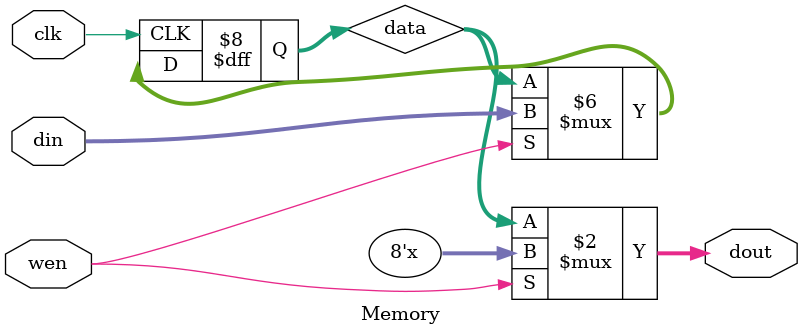
<source format=v>

module Memory (clk, wen, din, dout);
  input  clk;
  input   wen;
  input [7:0] din;//the data input
  output [7:0] dout; //the 8bit output

  reg  [7:0] data;
  wire [7:0] dout;


  assign dout = wen==1'b0 ? data : 8'bx;
  
  /* Write only when wen==1*/
   always @(posedge clk)
   begin
    if (wen == 1'b1)
        data = din;
   end

endmodule
</source>
